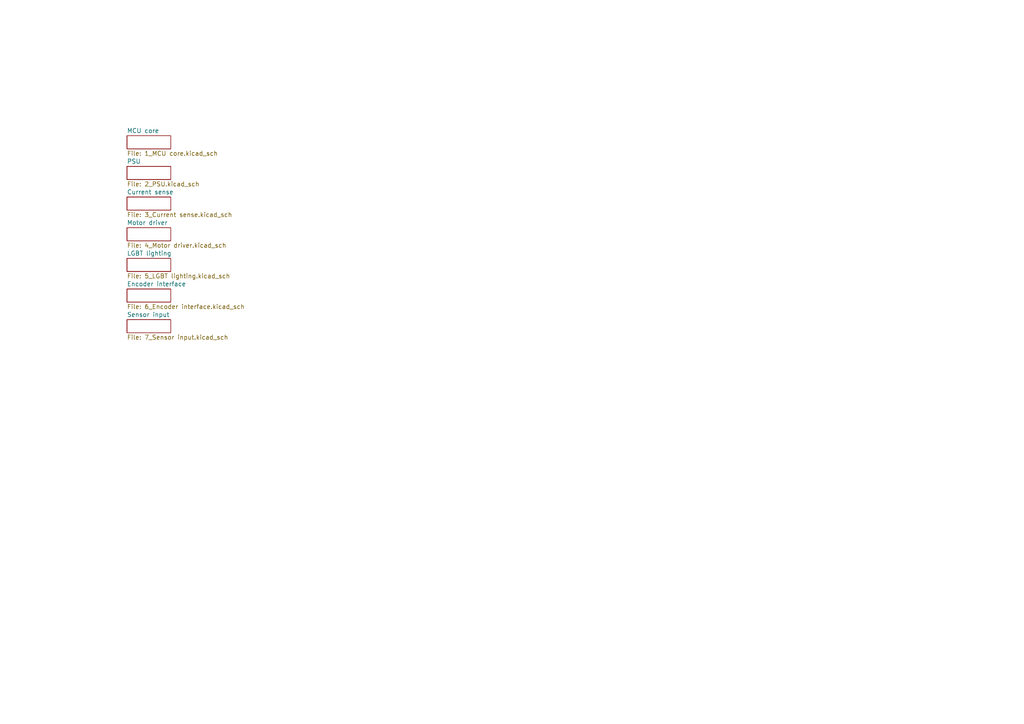
<source format=kicad_sch>
(kicad_sch
	(version 20231120)
	(generator "eeschema")
	(generator_version "8.0")
	(uuid "76a20473-53d0-433c-9f05-17cd0a98178a")
	(paper "A4")
	(lib_symbols)
	(sheet
		(at 36.83 66.04)
		(size 12.7 3.81)
		(fields_autoplaced yes)
		(stroke
			(width 0)
			(type solid)
		)
		(fill
			(color 0 0 0 0.0000)
		)
		(uuid "0069e570-555f-4d69-a82e-b37781b288d4")
		(property "Sheetname" "Motor driver"
			(at 36.83 65.3284 0)
			(effects
				(font
					(size 1.27 1.27)
				)
				(justify left bottom)
			)
		)
		(property "Sheetfile" "4_Motor driver.kicad_sch"
			(at 36.83 70.4346 0)
			(effects
				(font
					(size 1.27 1.27)
				)
				(justify left top)
			)
		)
		(instances
			(project "LineFollower_V2"
				(path "/76a20473-53d0-433c-9f05-17cd0a98178a"
					(page "6")
				)
			)
		)
	)
	(sheet
		(at 36.83 39.37)
		(size 12.7 3.81)
		(fields_autoplaced yes)
		(stroke
			(width 0)
			(type solid)
		)
		(fill
			(color 0 0 0 0.0000)
		)
		(uuid "444a6e75-a2b2-4736-b83b-a01220cf2ff7")
		(property "Sheetname" "MCU core"
			(at 36.83 38.6584 0)
			(effects
				(font
					(size 1.27 1.27)
				)
				(justify left bottom)
			)
		)
		(property "Sheetfile" "1_MCU core.kicad_sch"
			(at 36.83 43.7646 0)
			(effects
				(font
					(size 1.27 1.27)
				)
				(justify left top)
			)
		)
		(instances
			(project "LineFollower_V2"
				(path "/76a20473-53d0-433c-9f05-17cd0a98178a"
					(page "5")
				)
			)
		)
	)
	(sheet
		(at 36.83 83.82)
		(size 12.7 3.81)
		(fields_autoplaced yes)
		(stroke
			(width 0)
			(type solid)
		)
		(fill
			(color 0 0 0 0.0000)
		)
		(uuid "45b85fc2-d9ca-4197-a5b8-52639f0b89e3")
		(property "Sheetname" "Encoder interface"
			(at 36.83 83.1084 0)
			(effects
				(font
					(size 1.27 1.27)
				)
				(justify left bottom)
			)
		)
		(property "Sheetfile" "6_Encoder interface.kicad_sch"
			(at 36.83 88.2146 0)
			(effects
				(font
					(size 1.27 1.27)
				)
				(justify left top)
			)
		)
		(instances
			(project "LineFollower_V2"
				(path "/76a20473-53d0-433c-9f05-17cd0a98178a"
					(page "3")
				)
			)
		)
	)
	(sheet
		(at 36.83 48.26)
		(size 12.7 3.81)
		(fields_autoplaced yes)
		(stroke
			(width 0)
			(type solid)
		)
		(fill
			(color 0 0 0 0.0000)
		)
		(uuid "5d9dbd08-e291-4910-b472-c97ee13cd6ca")
		(property "Sheetname" "PSU"
			(at 36.83 47.5484 0)
			(effects
				(font
					(size 1.27 1.27)
				)
				(justify left bottom)
			)
		)
		(property "Sheetfile" "2_PSU.kicad_sch"
			(at 36.83 52.6546 0)
			(effects
				(font
					(size 1.27 1.27)
				)
				(justify left top)
			)
		)
		(instances
			(project "LineFollower_V2"
				(path "/76a20473-53d0-433c-9f05-17cd0a98178a"
					(page "7")
				)
			)
		)
	)
	(sheet
		(at 36.83 92.71)
		(size 12.7 3.81)
		(fields_autoplaced yes)
		(stroke
			(width 0)
			(type solid)
		)
		(fill
			(color 0 0 0 0.0000)
		)
		(uuid "923cc6d5-dd44-43d7-8542-ae4854215bdd")
		(property "Sheetname" "Sensor input"
			(at 36.83 91.9984 0)
			(effects
				(font
					(size 1.27 1.27)
				)
				(justify left bottom)
			)
		)
		(property "Sheetfile" "7_Sensor input.kicad_sch"
			(at 36.83 97.1046 0)
			(effects
				(font
					(size 1.27 1.27)
				)
				(justify left top)
			)
		)
		(instances
			(project "LineFollower_V2"
				(path "/76a20473-53d0-433c-9f05-17cd0a98178a"
					(page "8")
				)
			)
		)
	)
	(sheet
		(at 36.83 74.93)
		(size 12.7 3.81)
		(fields_autoplaced yes)
		(stroke
			(width 0)
			(type solid)
		)
		(fill
			(color 0 0 0 0.0000)
		)
		(uuid "9e2c9acb-58c5-4f2d-bb43-b71d41a26d17")
		(property "Sheetname" "LGBT lighting"
			(at 36.83 74.2184 0)
			(effects
				(font
					(size 1.27 1.27)
				)
				(justify left bottom)
			)
		)
		(property "Sheetfile" "5_LGBT lighting.kicad_sch"
			(at 36.83 79.3246 0)
			(effects
				(font
					(size 1.27 1.27)
				)
				(justify left top)
			)
		)
		(instances
			(project "LineFollower_V2"
				(path "/76a20473-53d0-433c-9f05-17cd0a98178a"
					(page "4")
				)
			)
		)
	)
	(sheet
		(at 36.83 57.15)
		(size 12.7 3.81)
		(fields_autoplaced yes)
		(stroke
			(width 0)
			(type solid)
		)
		(fill
			(color 0 0 0 0.0000)
		)
		(uuid "a67c8b50-6560-4166-a828-2acb035ab400")
		(property "Sheetname" "Current sense"
			(at 36.83 56.4384 0)
			(effects
				(font
					(size 1.27 1.27)
				)
				(justify left bottom)
			)
		)
		(property "Sheetfile" "3_Current sense.kicad_sch"
			(at 36.83 61.5446 0)
			(effects
				(font
					(size 1.27 1.27)
				)
				(justify left top)
			)
		)
		(instances
			(project "LineFollower_V2"
				(path "/76a20473-53d0-433c-9f05-17cd0a98178a"
					(page "2")
				)
			)
		)
	)
	(sheet_instances
		(path "/"
			(page "1")
		)
	)
)

</source>
